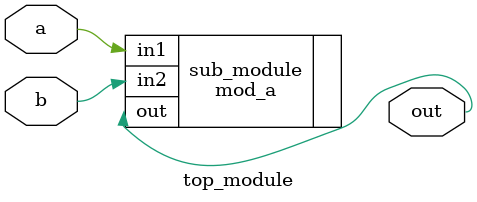
<source format=v>
module top_module ( input a, input b, output out );
    mod_a sub_module(.in1(a),.in2(b),.out(out));
endmodule

</source>
